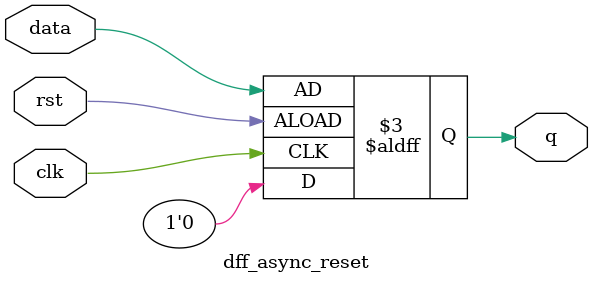
<source format=v>
module dff_async_reset(
    input wire clk,
    input wire data,
    input wire rst,
    output reg q
);
    always @ (posedge clk or negedge rst) begin
        if (rst == 1'b1) begin
            q <= 1'b0;
        end
        else begin
            q <= data;
        end
    end
endmodule
    

</source>
